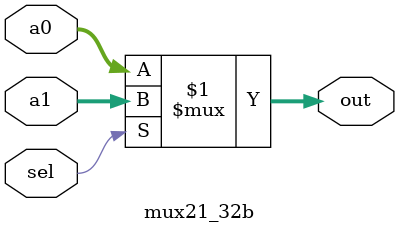
<source format=v>
/*
/////////////////////////////////////////////
//// COA LAB Assignment 6                ////
//// Group Number 23                     ////
//// Ashwani Kumar Kamal (20CS10011)     ////
//// Astitva (20CS30007)                 ////
/////////////////////////////////////////////
*/

`timescale 1ns / 1ps

// A 2x1 mux with 32-bit output
module mux21_32b (
    input [31:0] a0, 
    input [31:0] a1, 
    input sel, 
    output [31:0] out
);
    
    assign out = (sel) ? a1 : a0;

endmodule
    
</source>
